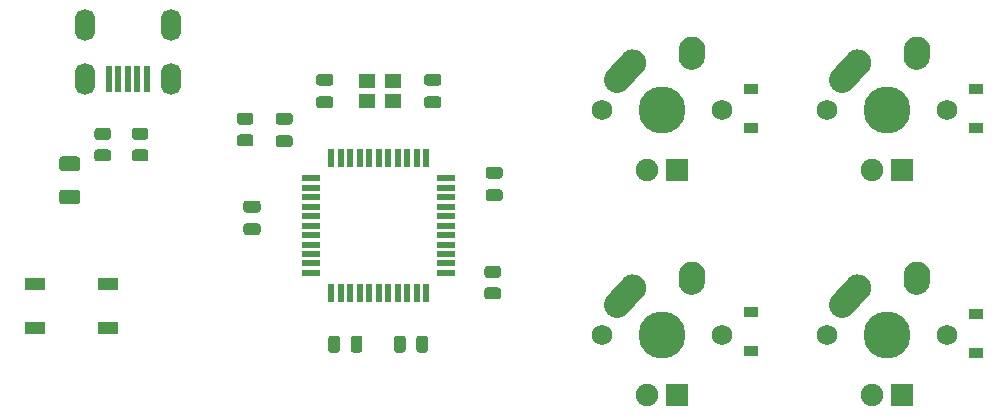
<source format=gbs>
%TF.GenerationSoftware,KiCad,Pcbnew,(5.1.8)-1*%
%TF.CreationDate,2020-12-11T14:55:26-05:00*%
%TF.ProjectId,kevins-pcb-numpad,6b657669-6e73-42d7-9063-622d6e756d70,rev?*%
%TF.SameCoordinates,Original*%
%TF.FileFunction,Soldermask,Bot*%
%TF.FilePolarity,Negative*%
%FSLAX46Y46*%
G04 Gerber Fmt 4.6, Leading zero omitted, Abs format (unit mm)*
G04 Created by KiCad (PCBNEW (5.1.8)-1) date 2020-12-11 14:55:26*
%MOMM*%
%LPD*%
G01*
G04 APERTURE LIST*
%ADD10R,1.800000X1.100000*%
%ADD11R,1.400000X1.200000*%
%ADD12O,1.700000X2.700000*%
%ADD13R,0.500000X2.250000*%
%ADD14R,0.550000X1.500000*%
%ADD15R,1.500000X0.550000*%
%ADD16C,1.750000*%
%ADD17R,1.905000X1.905000*%
%ADD18C,1.905000*%
%ADD19C,2.250000*%
%ADD20C,3.987800*%
%ADD21R,1.200000X0.900000*%
G04 APERTURE END LIST*
D10*
%TO.C,SW1*%
X41962000Y-107387000D03*
X35762000Y-103687000D03*
X41962000Y-103687000D03*
X35762000Y-107387000D03*
%TD*%
D11*
%TO.C,Y1*%
X66071750Y-86487000D03*
X63871750Y-86487000D03*
X63871750Y-88187000D03*
X66071750Y-88187000D03*
%TD*%
D12*
%TO.C,USB1*%
X40006250Y-81756250D03*
X47306250Y-81756250D03*
X47306250Y-86256250D03*
X40006250Y-86256250D03*
D13*
X42056250Y-86256250D03*
X42856250Y-86256250D03*
X43656250Y-86256250D03*
X44456250Y-86256250D03*
X45256250Y-86256250D03*
%TD*%
D14*
%TO.C,U1*%
X60897000Y-104410750D03*
X61697000Y-104410750D03*
X62497000Y-104410750D03*
X63297000Y-104410750D03*
X64097000Y-104410750D03*
X64897000Y-104410750D03*
X65697000Y-104410750D03*
X66497000Y-104410750D03*
X67297000Y-104410750D03*
X68097000Y-104410750D03*
X68897000Y-104410750D03*
D15*
X70597000Y-102710750D03*
X70597000Y-101910750D03*
X70597000Y-101110750D03*
X70597000Y-100310750D03*
X70597000Y-99510750D03*
X70597000Y-98710750D03*
X70597000Y-97910750D03*
X70597000Y-97110750D03*
X70597000Y-96310750D03*
X70597000Y-95510750D03*
X70597000Y-94710750D03*
D14*
X68897000Y-93010750D03*
X68097000Y-93010750D03*
X67297000Y-93010750D03*
X66497000Y-93010750D03*
X65697000Y-93010750D03*
X64897000Y-93010750D03*
X64097000Y-93010750D03*
X63297000Y-93010750D03*
X62497000Y-93010750D03*
X61697000Y-93010750D03*
X60897000Y-93010750D03*
D15*
X59197000Y-94710750D03*
X59197000Y-95510750D03*
X59197000Y-96310750D03*
X59197000Y-97110750D03*
X59197000Y-97910750D03*
X59197000Y-98710750D03*
X59197000Y-99510750D03*
X59197000Y-100310750D03*
X59197000Y-101110750D03*
X59197000Y-101910750D03*
X59197000Y-102710750D03*
%TD*%
%TO.C,R4*%
G36*
G01*
X74999001Y-103128500D02*
X74098999Y-103128500D01*
G75*
G02*
X73849000Y-102878501I0J249999D01*
G01*
X73849000Y-102353499D01*
G75*
G02*
X74098999Y-102103500I249999J0D01*
G01*
X74999001Y-102103500D01*
G75*
G02*
X75249000Y-102353499I0J-249999D01*
G01*
X75249000Y-102878501D01*
G75*
G02*
X74999001Y-103128500I-249999J0D01*
G01*
G37*
G36*
G01*
X74999001Y-104953500D02*
X74098999Y-104953500D01*
G75*
G02*
X73849000Y-104703501I0J249999D01*
G01*
X73849000Y-104178499D01*
G75*
G02*
X74098999Y-103928500I249999J0D01*
G01*
X74999001Y-103928500D01*
G75*
G02*
X75249000Y-104178499I0J-249999D01*
G01*
X75249000Y-104703501D01*
G75*
G02*
X74999001Y-104953500I-249999J0D01*
G01*
G37*
%TD*%
%TO.C,R3*%
G36*
G01*
X53143999Y-89149500D02*
X54044001Y-89149500D01*
G75*
G02*
X54294000Y-89399499I0J-249999D01*
G01*
X54294000Y-89924501D01*
G75*
G02*
X54044001Y-90174500I-249999J0D01*
G01*
X53143999Y-90174500D01*
G75*
G02*
X52894000Y-89924501I0J249999D01*
G01*
X52894000Y-89399499D01*
G75*
G02*
X53143999Y-89149500I249999J0D01*
G01*
G37*
G36*
G01*
X53143999Y-90974500D02*
X54044001Y-90974500D01*
G75*
G02*
X54294000Y-91224499I0J-249999D01*
G01*
X54294000Y-91749501D01*
G75*
G02*
X54044001Y-91999500I-249999J0D01*
G01*
X53143999Y-91999500D01*
G75*
G02*
X52894000Y-91749501I0J249999D01*
G01*
X52894000Y-91224499D01*
G75*
G02*
X53143999Y-90974500I249999J0D01*
G01*
G37*
%TD*%
%TO.C,R2*%
G36*
G01*
X45154001Y-91444500D02*
X44253999Y-91444500D01*
G75*
G02*
X44004000Y-91194501I0J249999D01*
G01*
X44004000Y-90669499D01*
G75*
G02*
X44253999Y-90419500I249999J0D01*
G01*
X45154001Y-90419500D01*
G75*
G02*
X45404000Y-90669499I0J-249999D01*
G01*
X45404000Y-91194501D01*
G75*
G02*
X45154001Y-91444500I-249999J0D01*
G01*
G37*
G36*
G01*
X45154001Y-93269500D02*
X44253999Y-93269500D01*
G75*
G02*
X44004000Y-93019501I0J249999D01*
G01*
X44004000Y-92494499D01*
G75*
G02*
X44253999Y-92244500I249999J0D01*
G01*
X45154001Y-92244500D01*
G75*
G02*
X45404000Y-92494499I0J-249999D01*
G01*
X45404000Y-93019501D01*
G75*
G02*
X45154001Y-93269500I-249999J0D01*
G01*
G37*
%TD*%
%TO.C,R1*%
G36*
G01*
X41979001Y-91444500D02*
X41078999Y-91444500D01*
G75*
G02*
X40829000Y-91194501I0J249999D01*
G01*
X40829000Y-90669499D01*
G75*
G02*
X41078999Y-90419500I249999J0D01*
G01*
X41979001Y-90419500D01*
G75*
G02*
X42229000Y-90669499I0J-249999D01*
G01*
X42229000Y-91194501D01*
G75*
G02*
X41979001Y-91444500I-249999J0D01*
G01*
G37*
G36*
G01*
X41979001Y-93269500D02*
X41078999Y-93269500D01*
G75*
G02*
X40829000Y-93019501I0J249999D01*
G01*
X40829000Y-92494499D01*
G75*
G02*
X41078999Y-92244500I249999J0D01*
G01*
X41979001Y-92244500D01*
G75*
G02*
X42229000Y-92494499I0J-249999D01*
G01*
X42229000Y-93019501D01*
G75*
G02*
X41979001Y-93269500I-249999J0D01*
G01*
G37*
%TD*%
D16*
%TO.C,MX4*%
X113030000Y-107950000D03*
X102870000Y-107950000D03*
D17*
X109220000Y-113030000D03*
D18*
X106680000Y-113030000D03*
D19*
X105450000Y-103950000D03*
D20*
X107950000Y-107950000D03*
G36*
G01*
X103388688Y-106247350D02*
X103388683Y-106247345D01*
G75*
G02*
X103302655Y-104658683I751317J837345D01*
G01*
X104612657Y-103198683D01*
G75*
G02*
X106201319Y-103112655I837345J-751317D01*
G01*
X106201319Y-103112655D01*
G75*
G02*
X106287347Y-104701317I-751317J-837345D01*
G01*
X104977345Y-106161317D01*
G75*
G02*
X103388683Y-106247345I-837345J751317D01*
G01*
G37*
D19*
X110490000Y-102870000D03*
G36*
G01*
X110373483Y-104572395D02*
X110372597Y-104572334D01*
G75*
G02*
X109327666Y-103372597I77403J1122334D01*
G01*
X109367666Y-102792597D01*
G75*
G02*
X110567403Y-101747666I1122334J-77403D01*
G01*
X110567403Y-101747666D01*
G75*
G02*
X111612334Y-102947403I-77403J-1122334D01*
G01*
X111572334Y-103527403D01*
G75*
G02*
X110372597Y-104572334I-1122334J77403D01*
G01*
G37*
%TD*%
%TO.C,MX3*%
G36*
G01*
X110373483Y-85522395D02*
X110372597Y-85522334D01*
G75*
G02*
X109327666Y-84322597I77403J1122334D01*
G01*
X109367666Y-83742597D01*
G75*
G02*
X110567403Y-82697666I1122334J-77403D01*
G01*
X110567403Y-82697666D01*
G75*
G02*
X111612334Y-83897403I-77403J-1122334D01*
G01*
X111572334Y-84477403D01*
G75*
G02*
X110372597Y-85522334I-1122334J77403D01*
G01*
G37*
X110490000Y-83820000D03*
G36*
G01*
X103388688Y-87197350D02*
X103388683Y-87197345D01*
G75*
G02*
X103302655Y-85608683I751317J837345D01*
G01*
X104612657Y-84148683D01*
G75*
G02*
X106201319Y-84062655I837345J-751317D01*
G01*
X106201319Y-84062655D01*
G75*
G02*
X106287347Y-85651317I-751317J-837345D01*
G01*
X104977345Y-87111317D01*
G75*
G02*
X103388683Y-87197345I-837345J751317D01*
G01*
G37*
D20*
X107950000Y-88900000D03*
D19*
X105450000Y-84900000D03*
D18*
X106680000Y-93980000D03*
D17*
X109220000Y-93980000D03*
D16*
X102870000Y-88900000D03*
X113030000Y-88900000D03*
%TD*%
%TO.C,MX2*%
X93980000Y-107950000D03*
X83820000Y-107950000D03*
D17*
X90170000Y-113030000D03*
D18*
X87630000Y-113030000D03*
D19*
X86400000Y-103950000D03*
D20*
X88900000Y-107950000D03*
G36*
G01*
X84338688Y-106247350D02*
X84338683Y-106247345D01*
G75*
G02*
X84252655Y-104658683I751317J837345D01*
G01*
X85562657Y-103198683D01*
G75*
G02*
X87151319Y-103112655I837345J-751317D01*
G01*
X87151319Y-103112655D01*
G75*
G02*
X87237347Y-104701317I-751317J-837345D01*
G01*
X85927345Y-106161317D01*
G75*
G02*
X84338683Y-106247345I-837345J751317D01*
G01*
G37*
D19*
X91440000Y-102870000D03*
G36*
G01*
X91323483Y-104572395D02*
X91322597Y-104572334D01*
G75*
G02*
X90277666Y-103372597I77403J1122334D01*
G01*
X90317666Y-102792597D01*
G75*
G02*
X91517403Y-101747666I1122334J-77403D01*
G01*
X91517403Y-101747666D01*
G75*
G02*
X92562334Y-102947403I-77403J-1122334D01*
G01*
X92522334Y-103527403D01*
G75*
G02*
X91322597Y-104572334I-1122334J77403D01*
G01*
G37*
%TD*%
D16*
%TO.C,MX1*%
X93980000Y-88900000D03*
X83820000Y-88900000D03*
D17*
X90170000Y-93980000D03*
D18*
X87630000Y-93980000D03*
D19*
X86400000Y-84900000D03*
D20*
X88900000Y-88900000D03*
G36*
G01*
X84338688Y-87197350D02*
X84338683Y-87197345D01*
G75*
G02*
X84252655Y-85608683I751317J837345D01*
G01*
X85562657Y-84148683D01*
G75*
G02*
X87151319Y-84062655I837345J-751317D01*
G01*
X87151319Y-84062655D01*
G75*
G02*
X87237347Y-85651317I-751317J-837345D01*
G01*
X85927345Y-87111317D01*
G75*
G02*
X84338683Y-87197345I-837345J751317D01*
G01*
G37*
D19*
X91440000Y-83820000D03*
G36*
G01*
X91323483Y-85522395D02*
X91322597Y-85522334D01*
G75*
G02*
X90277666Y-84322597I77403J1122334D01*
G01*
X90317666Y-83742597D01*
G75*
G02*
X91517403Y-82697666I1122334J-77403D01*
G01*
X91517403Y-82697666D01*
G75*
G02*
X92562334Y-83897403I-77403J-1122334D01*
G01*
X92522334Y-84477403D01*
G75*
G02*
X91322597Y-85522334I-1122334J77403D01*
G01*
G37*
%TD*%
%TO.C,F1*%
G36*
G01*
X39360000Y-94097000D02*
X38110000Y-94097000D01*
G75*
G02*
X37860000Y-93847000I0J250000D01*
G01*
X37860000Y-93097000D01*
G75*
G02*
X38110000Y-92847000I250000J0D01*
G01*
X39360000Y-92847000D01*
G75*
G02*
X39610000Y-93097000I0J-250000D01*
G01*
X39610000Y-93847000D01*
G75*
G02*
X39360000Y-94097000I-250000J0D01*
G01*
G37*
G36*
G01*
X39360000Y-96897000D02*
X38110000Y-96897000D01*
G75*
G02*
X37860000Y-96647000I0J250000D01*
G01*
X37860000Y-95897000D01*
G75*
G02*
X38110000Y-95647000I250000J0D01*
G01*
X39360000Y-95647000D01*
G75*
G02*
X39610000Y-95897000I0J-250000D01*
G01*
X39610000Y-96647000D01*
G75*
G02*
X39360000Y-96897000I-250000J0D01*
G01*
G37*
%TD*%
D21*
%TO.C,D4*%
X115443000Y-106172000D03*
X115443000Y-109472000D03*
%TD*%
%TO.C,D3*%
X115443000Y-87122000D03*
X115443000Y-90422000D03*
%TD*%
%TO.C,D2*%
X96393000Y-106045000D03*
X96393000Y-109345000D03*
%TD*%
%TO.C,D1*%
X96393000Y-87122000D03*
X96393000Y-90422000D03*
%TD*%
%TO.C,C7*%
G36*
G01*
X62518750Y-109218750D02*
X62518750Y-108268750D01*
G75*
G02*
X62768750Y-108018750I250000J0D01*
G01*
X63268750Y-108018750D01*
G75*
G02*
X63518750Y-108268750I0J-250000D01*
G01*
X63518750Y-109218750D01*
G75*
G02*
X63268750Y-109468750I-250000J0D01*
G01*
X62768750Y-109468750D01*
G75*
G02*
X62518750Y-109218750I0J250000D01*
G01*
G37*
G36*
G01*
X60618750Y-109218750D02*
X60618750Y-108268750D01*
G75*
G02*
X60868750Y-108018750I250000J0D01*
G01*
X61368750Y-108018750D01*
G75*
G02*
X61618750Y-108268750I0J-250000D01*
G01*
X61618750Y-109218750D01*
G75*
G02*
X61368750Y-109468750I-250000J0D01*
G01*
X60868750Y-109468750D01*
G75*
G02*
X60618750Y-109218750I0J250000D01*
G01*
G37*
%TD*%
%TO.C,C6*%
G36*
G01*
X53693000Y-98494000D02*
X54643000Y-98494000D01*
G75*
G02*
X54893000Y-98744000I0J-250000D01*
G01*
X54893000Y-99244000D01*
G75*
G02*
X54643000Y-99494000I-250000J0D01*
G01*
X53693000Y-99494000D01*
G75*
G02*
X53443000Y-99244000I0J250000D01*
G01*
X53443000Y-98744000D01*
G75*
G02*
X53693000Y-98494000I250000J0D01*
G01*
G37*
G36*
G01*
X53693000Y-96594000D02*
X54643000Y-96594000D01*
G75*
G02*
X54893000Y-96844000I0J-250000D01*
G01*
X54893000Y-97344000D01*
G75*
G02*
X54643000Y-97594000I-250000J0D01*
G01*
X53693000Y-97594000D01*
G75*
G02*
X53443000Y-97344000I0J250000D01*
G01*
X53443000Y-96844000D01*
G75*
G02*
X53693000Y-96594000I250000J0D01*
G01*
G37*
%TD*%
%TO.C,C5*%
G36*
G01*
X75151000Y-94734000D02*
X74201000Y-94734000D01*
G75*
G02*
X73951000Y-94484000I0J250000D01*
G01*
X73951000Y-93984000D01*
G75*
G02*
X74201000Y-93734000I250000J0D01*
G01*
X75151000Y-93734000D01*
G75*
G02*
X75401000Y-93984000I0J-250000D01*
G01*
X75401000Y-94484000D01*
G75*
G02*
X75151000Y-94734000I-250000J0D01*
G01*
G37*
G36*
G01*
X75151000Y-96634000D02*
X74201000Y-96634000D01*
G75*
G02*
X73951000Y-96384000I0J250000D01*
G01*
X73951000Y-95884000D01*
G75*
G02*
X74201000Y-95634000I250000J0D01*
G01*
X75151000Y-95634000D01*
G75*
G02*
X75401000Y-95884000I0J-250000D01*
G01*
X75401000Y-96384000D01*
G75*
G02*
X75151000Y-96634000I-250000J0D01*
G01*
G37*
%TD*%
%TO.C,C4*%
G36*
G01*
X59850000Y-87760000D02*
X60800000Y-87760000D01*
G75*
G02*
X61050000Y-88010000I0J-250000D01*
G01*
X61050000Y-88510000D01*
G75*
G02*
X60800000Y-88760000I-250000J0D01*
G01*
X59850000Y-88760000D01*
G75*
G02*
X59600000Y-88510000I0J250000D01*
G01*
X59600000Y-88010000D01*
G75*
G02*
X59850000Y-87760000I250000J0D01*
G01*
G37*
G36*
G01*
X59850000Y-85860000D02*
X60800000Y-85860000D01*
G75*
G02*
X61050000Y-86110000I0J-250000D01*
G01*
X61050000Y-86610000D01*
G75*
G02*
X60800000Y-86860000I-250000J0D01*
G01*
X59850000Y-86860000D01*
G75*
G02*
X59600000Y-86610000I0J250000D01*
G01*
X59600000Y-86110000D01*
G75*
G02*
X59850000Y-85860000I250000J0D01*
G01*
G37*
%TD*%
%TO.C,C3*%
G36*
G01*
X69944000Y-86860000D02*
X68994000Y-86860000D01*
G75*
G02*
X68744000Y-86610000I0J250000D01*
G01*
X68744000Y-86110000D01*
G75*
G02*
X68994000Y-85860000I250000J0D01*
G01*
X69944000Y-85860000D01*
G75*
G02*
X70194000Y-86110000I0J-250000D01*
G01*
X70194000Y-86610000D01*
G75*
G02*
X69944000Y-86860000I-250000J0D01*
G01*
G37*
G36*
G01*
X69944000Y-88760000D02*
X68994000Y-88760000D01*
G75*
G02*
X68744000Y-88510000I0J250000D01*
G01*
X68744000Y-88010000D01*
G75*
G02*
X68994000Y-87760000I250000J0D01*
G01*
X69944000Y-87760000D01*
G75*
G02*
X70194000Y-88010000I0J-250000D01*
G01*
X70194000Y-88510000D01*
G75*
G02*
X69944000Y-88760000I-250000J0D01*
G01*
G37*
%TD*%
%TO.C,C2*%
G36*
G01*
X67175000Y-108268750D02*
X67175000Y-109218750D01*
G75*
G02*
X66925000Y-109468750I-250000J0D01*
G01*
X66425000Y-109468750D01*
G75*
G02*
X66175000Y-109218750I0J250000D01*
G01*
X66175000Y-108268750D01*
G75*
G02*
X66425000Y-108018750I250000J0D01*
G01*
X66925000Y-108018750D01*
G75*
G02*
X67175000Y-108268750I0J-250000D01*
G01*
G37*
G36*
G01*
X69075000Y-108268750D02*
X69075000Y-109218750D01*
G75*
G02*
X68825000Y-109468750I-250000J0D01*
G01*
X68325000Y-109468750D01*
G75*
G02*
X68075000Y-109218750I0J250000D01*
G01*
X68075000Y-108268750D01*
G75*
G02*
X68325000Y-108018750I250000J0D01*
G01*
X68825000Y-108018750D01*
G75*
G02*
X69075000Y-108268750I0J-250000D01*
G01*
G37*
%TD*%
%TO.C,C1*%
G36*
G01*
X57371000Y-90162000D02*
X56421000Y-90162000D01*
G75*
G02*
X56171000Y-89912000I0J250000D01*
G01*
X56171000Y-89412000D01*
G75*
G02*
X56421000Y-89162000I250000J0D01*
G01*
X57371000Y-89162000D01*
G75*
G02*
X57621000Y-89412000I0J-250000D01*
G01*
X57621000Y-89912000D01*
G75*
G02*
X57371000Y-90162000I-250000J0D01*
G01*
G37*
G36*
G01*
X57371000Y-92062000D02*
X56421000Y-92062000D01*
G75*
G02*
X56171000Y-91812000I0J250000D01*
G01*
X56171000Y-91312000D01*
G75*
G02*
X56421000Y-91062000I250000J0D01*
G01*
X57371000Y-91062000D01*
G75*
G02*
X57621000Y-91312000I0J-250000D01*
G01*
X57621000Y-91812000D01*
G75*
G02*
X57371000Y-92062000I-250000J0D01*
G01*
G37*
%TD*%
M02*

</source>
